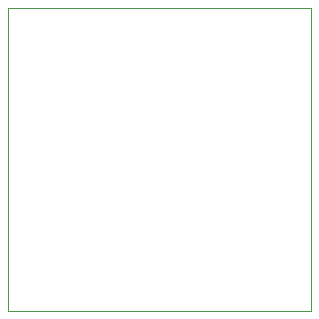
<source format=gbr>
%TF.GenerationSoftware,KiCad,Pcbnew,(5.1.10)-1*%
%TF.CreationDate,2023-09-10T10:41:42-05:00*%
%TF.ProjectId,perovskite_contact_board,7065726f-7673-46b6-9974-655f636f6e74,V3*%
%TF.SameCoordinates,Original*%
%TF.FileFunction,Legend,Top*%
%TF.FilePolarity,Positive*%
%FSLAX46Y46*%
G04 Gerber Fmt 4.6, Leading zero omitted, Abs format (unit mm)*
G04 Created by KiCad (PCBNEW (5.1.10)-1) date 2023-09-10 10:41:42*
%MOMM*%
%LPD*%
G01*
G04 APERTURE LIST*
%ADD10C,0.120000*%
G04 APERTURE END LIST*
D10*
%TO.C,U3*%
X150177500Y-123463000D02*
X150177500Y-97813000D01*
X175827500Y-123463000D02*
X175827500Y-97813000D01*
X150177500Y-97813000D02*
X175827500Y-97813000D01*
X150177500Y-123463000D02*
X175827500Y-123463000D01*
%TD*%
M02*

</source>
